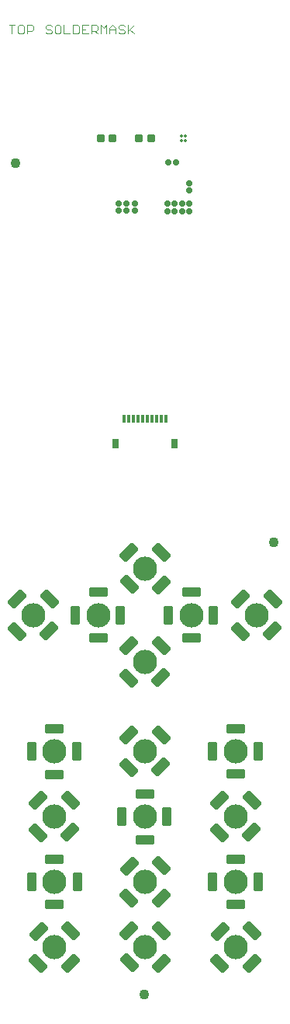
<source format=gts>
G04*
G04 #@! TF.GenerationSoftware,Altium Limited,Altium Designer,21.3.1 (25)*
G04*
G04 Layer_Color=102*
%FSLAX25Y25*%
%MOIN*%
G70*
G04*
G04 #@! TF.SameCoordinates,17E3FC6B-7FA6-4A94-9312-BAE076C6F9B9*
G04*
G04*
G04 #@! TF.FilePolarity,Negative*
G04*
G01*
G75*
%ADD11C,0.00394*%
G04:AMPARAMS|DCode=19|XSize=43.31mil|YSize=82.68mil|CornerRadius=6.89mil|HoleSize=0mil|Usage=FLASHONLY|Rotation=225.000|XOffset=0mil|YOffset=0mil|HoleType=Round|Shape=RoundedRectangle|*
%AMROUNDEDRECTD19*
21,1,0.04331,0.06890,0,0,225.0*
21,1,0.02953,0.08268,0,0,225.0*
1,1,0.01378,-0.03480,0.01392*
1,1,0.01378,-0.01392,0.03480*
1,1,0.01378,0.03480,-0.01392*
1,1,0.01378,0.01392,-0.03480*
%
%ADD19ROUNDEDRECTD19*%
G04:AMPARAMS|DCode=20|XSize=43.31mil|YSize=82.68mil|CornerRadius=6.89mil|HoleSize=0mil|Usage=FLASHONLY|Rotation=315.000|XOffset=0mil|YOffset=0mil|HoleType=Round|Shape=RoundedRectangle|*
%AMROUNDEDRECTD20*
21,1,0.04331,0.06890,0,0,315.0*
21,1,0.02953,0.08268,0,0,315.0*
1,1,0.01378,-0.01392,-0.03480*
1,1,0.01378,-0.03480,-0.01392*
1,1,0.01378,0.01392,0.03480*
1,1,0.01378,0.03480,0.01392*
%
%ADD20ROUNDEDRECTD20*%
%ADD21C,0.10394*%
G04:AMPARAMS|DCode=22|XSize=43.31mil|YSize=82.68mil|CornerRadius=6.89mil|HoleSize=0mil|Usage=FLASHONLY|Rotation=0.000|XOffset=0mil|YOffset=0mil|HoleType=Round|Shape=RoundedRectangle|*
%AMROUNDEDRECTD22*
21,1,0.04331,0.06890,0,0,0.0*
21,1,0.02953,0.08268,0,0,0.0*
1,1,0.01378,0.01476,-0.03445*
1,1,0.01378,-0.01476,-0.03445*
1,1,0.01378,-0.01476,0.03445*
1,1,0.01378,0.01476,0.03445*
%
%ADD22ROUNDEDRECTD22*%
G04:AMPARAMS|DCode=23|XSize=43.31mil|YSize=82.68mil|CornerRadius=6.89mil|HoleSize=0mil|Usage=FLASHONLY|Rotation=90.000|XOffset=0mil|YOffset=0mil|HoleType=Round|Shape=RoundedRectangle|*
%AMROUNDEDRECTD23*
21,1,0.04331,0.06890,0,0,90.0*
21,1,0.02953,0.08268,0,0,90.0*
1,1,0.01378,0.03445,0.01476*
1,1,0.01378,0.03445,-0.01476*
1,1,0.01378,-0.03445,-0.01476*
1,1,0.01378,-0.03445,0.01476*
%
%ADD23ROUNDEDRECTD23*%
G04:AMPARAMS|DCode=24|XSize=35.43mil|YSize=31.5mil|CornerRadius=5.41mil|HoleSize=0mil|Usage=FLASHONLY|Rotation=270.000|XOffset=0mil|YOffset=0mil|HoleType=Round|Shape=RoundedRectangle|*
%AMROUNDEDRECTD24*
21,1,0.03543,0.02067,0,0,270.0*
21,1,0.02461,0.03150,0,0,270.0*
1,1,0.01083,-0.01034,-0.01230*
1,1,0.01083,-0.01034,0.01230*
1,1,0.01083,0.01034,0.01230*
1,1,0.01083,0.01034,-0.01230*
%
%ADD24ROUNDEDRECTD24*%
G04:AMPARAMS|DCode=25|XSize=24.41mil|YSize=24.41mil|CornerRadius=6.06mil|HoleSize=0mil|Usage=FLASHONLY|Rotation=270.000|XOffset=0mil|YOffset=0mil|HoleType=Round|Shape=RoundedRectangle|*
%AMROUNDEDRECTD25*
21,1,0.02441,0.01228,0,0,270.0*
21,1,0.01228,0.02441,0,0,270.0*
1,1,0.01213,-0.00614,-0.00614*
1,1,0.01213,-0.00614,0.00614*
1,1,0.01213,0.00614,0.00614*
1,1,0.01213,0.00614,-0.00614*
%
%ADD25ROUNDEDRECTD25*%
G04:AMPARAMS|DCode=26|XSize=24.41mil|YSize=24.41mil|CornerRadius=6.06mil|HoleSize=0mil|Usage=FLASHONLY|Rotation=180.000|XOffset=0mil|YOffset=0mil|HoleType=Round|Shape=RoundedRectangle|*
%AMROUNDEDRECTD26*
21,1,0.02441,0.01228,0,0,180.0*
21,1,0.01228,0.02441,0,0,180.0*
1,1,0.01213,-0.00614,0.00614*
1,1,0.01213,0.00614,0.00614*
1,1,0.01213,0.00614,-0.00614*
1,1,0.01213,-0.00614,-0.00614*
%
%ADD26ROUNDEDRECTD26*%
%ADD27C,0.01378*%
G04:AMPARAMS|DCode=28|XSize=15.75mil|YSize=35.43mil|CornerRadius=3.45mil|HoleSize=0mil|Usage=FLASHONLY|Rotation=0.000|XOffset=0mil|YOffset=0mil|HoleType=Round|Shape=RoundedRectangle|*
%AMROUNDEDRECTD28*
21,1,0.01575,0.02854,0,0,0.0*
21,1,0.00886,0.03543,0,0,0.0*
1,1,0.00689,0.00443,-0.01427*
1,1,0.00689,-0.00443,-0.01427*
1,1,0.00689,-0.00443,0.01427*
1,1,0.00689,0.00443,0.01427*
%
%ADD28ROUNDEDRECTD28*%
G04:AMPARAMS|DCode=29|XSize=27.56mil|YSize=43.31mil|CornerRadius=4.92mil|HoleSize=0mil|Usage=FLASHONLY|Rotation=0.000|XOffset=0mil|YOffset=0mil|HoleType=Round|Shape=RoundedRectangle|*
%AMROUNDEDRECTD29*
21,1,0.02756,0.03347,0,0,0.0*
21,1,0.01772,0.04331,0,0,0.0*
1,1,0.00984,0.00886,-0.01673*
1,1,0.00984,-0.00886,-0.01673*
1,1,0.00984,-0.00886,0.01673*
1,1,0.00984,0.00886,0.01673*
%
%ADD29ROUNDEDRECTD29*%
%ADD30C,0.04331*%
%ADD31C,0.00394*%
D11*
X465929Y789791D02*
X468553D01*
X467241D01*
Y785856D01*
X471833Y789791D02*
X470521D01*
X469865Y789136D01*
Y786512D01*
X470521Y785856D01*
X471833D01*
X472489Y786512D01*
Y789136D01*
X471833Y789791D01*
X473801Y785856D02*
Y789791D01*
X475769D01*
X476425Y789136D01*
Y787824D01*
X475769Y787168D01*
X473801D01*
X484296Y789136D02*
X483640Y789791D01*
X482328D01*
X481672Y789136D01*
Y788480D01*
X482328Y787824D01*
X483640D01*
X484296Y787168D01*
Y786512D01*
X483640Y785856D01*
X482328D01*
X481672Y786512D01*
X487576Y789791D02*
X486264D01*
X485608Y789136D01*
Y786512D01*
X486264Y785856D01*
X487576D01*
X488232Y786512D01*
Y789136D01*
X487576Y789791D01*
X489544D02*
Y785856D01*
X492167D01*
X493479Y789791D02*
Y785856D01*
X495447D01*
X496103Y786512D01*
Y789136D01*
X495447Y789791D01*
X493479D01*
X500039D02*
X497415D01*
Y785856D01*
X500039D01*
X497415Y787824D02*
X498727D01*
X501351Y785856D02*
Y789791D01*
X503319D01*
X503975Y789136D01*
Y787824D01*
X503319Y787168D01*
X501351D01*
X502663D02*
X503975Y785856D01*
X505287D02*
Y789791D01*
X506599Y788480D01*
X507910Y789791D01*
Y785856D01*
X509222D02*
Y788480D01*
X510534Y789791D01*
X511846Y788480D01*
Y785856D01*
Y787824D01*
X509222D01*
X515782Y789136D02*
X515126Y789791D01*
X513814D01*
X513158Y789136D01*
Y788480D01*
X513814Y787824D01*
X515126D01*
X515782Y787168D01*
Y786512D01*
X515126Y785856D01*
X513814D01*
X513158Y786512D01*
X517094Y789791D02*
Y785856D01*
Y787168D01*
X519718Y789791D01*
X517750Y787824D01*
X519718Y785856D01*
D19*
X570265Y400862D02*
D03*
X556346Y386943D02*
D03*
X517724Y387221D02*
D03*
X531365Y400862D02*
D03*
X469446Y529443D02*
D03*
X483365Y543362D02*
D03*
X531365Y428862D02*
D03*
X517446Y414943D02*
D03*
X556346Y442943D02*
D03*
X570265Y456862D02*
D03*
X478546Y442943D02*
D03*
X492465Y456862D02*
D03*
X517446Y470943D02*
D03*
X531365Y484862D02*
D03*
X492465Y400862D02*
D03*
X478546Y386943D02*
D03*
X565477Y529443D02*
D03*
X579397Y543362D02*
D03*
X517724Y549721D02*
D03*
X531365Y563362D02*
D03*
X517446Y509443D02*
D03*
X531365Y523362D02*
D03*
D20*
X556624Y400584D02*
D03*
X570265Y386943D02*
D03*
X517446Y400862D02*
D03*
X531365Y386943D02*
D03*
X483087Y529721D02*
D03*
X469446Y543362D02*
D03*
X517724Y428584D02*
D03*
X531365Y414943D02*
D03*
X569987Y443221D02*
D03*
X556346Y456862D02*
D03*
X492187Y443221D02*
D03*
X478546Y456862D02*
D03*
X531087Y471221D02*
D03*
X517446Y484862D02*
D03*
X478824Y400584D02*
D03*
X492465Y386943D02*
D03*
X579118Y529721D02*
D03*
X565477Y543362D02*
D03*
X517446Y563362D02*
D03*
X531365Y549443D02*
D03*
X531087Y509721D02*
D03*
X517446Y523362D02*
D03*
D21*
X563306Y393902D02*
D03*
X524405D02*
D03*
X476406Y536402D02*
D03*
X563306Y421902D02*
D03*
X524405D02*
D03*
X485506D02*
D03*
X563306Y449902D02*
D03*
X524405D02*
D03*
X485506D02*
D03*
X563306Y477902D02*
D03*
X524405D02*
D03*
X485506D02*
D03*
Y393902D02*
D03*
X572437Y536402D02*
D03*
X524405Y556402D02*
D03*
X504405Y536402D02*
D03*
X524405Y516402D02*
D03*
X544406Y536402D02*
D03*
D22*
X553463Y421902D02*
D03*
X573148D02*
D03*
X475663D02*
D03*
X495348D02*
D03*
X533854Y449902D02*
D03*
X514563D02*
D03*
X553463Y477902D02*
D03*
X573148D02*
D03*
X494954D02*
D03*
X475663D02*
D03*
X513854Y536402D02*
D03*
X494563D02*
D03*
X553854D02*
D03*
X534563D02*
D03*
D23*
X563306Y412454D02*
D03*
Y431745D02*
D03*
X485506Y412454D02*
D03*
Y431745D02*
D03*
X524405Y440060D02*
D03*
Y459745D02*
D03*
X563306Y468454D02*
D03*
Y487745D02*
D03*
X485506Y468060D02*
D03*
Y487745D02*
D03*
X504405Y526560D02*
D03*
Y546245D02*
D03*
X544406Y526560D02*
D03*
Y546245D02*
D03*
D24*
X526965Y741002D02*
D03*
X521846D02*
D03*
X510465D02*
D03*
X505346D02*
D03*
D25*
X537791Y730813D02*
D03*
X534484D02*
D03*
D26*
X537189Y709792D02*
D03*
X516532Y709868D02*
D03*
X534039Y709792D02*
D03*
X540339D02*
D03*
X543488D02*
D03*
X512988Y709868D02*
D03*
X520075D02*
D03*
X543303Y721837D02*
D03*
Y718530D02*
D03*
X516532Y713175D02*
D03*
X512988D02*
D03*
X540339Y713099D02*
D03*
X537189D02*
D03*
X520075Y713175D02*
D03*
X534039Y713099D02*
D03*
X543488D02*
D03*
D27*
X539921Y740018D02*
D03*
X541890D02*
D03*
Y741987D02*
D03*
X539921D02*
D03*
D28*
X515547Y620801D02*
D03*
X517516D02*
D03*
X519484D02*
D03*
X521453D02*
D03*
X523421D02*
D03*
X525390D02*
D03*
X527358D02*
D03*
X529327D02*
D03*
X531295D02*
D03*
X533264D02*
D03*
D29*
X511807Y610172D02*
D03*
X537004D02*
D03*
D30*
X468894Y730420D02*
D03*
X579917Y567784D02*
D03*
X524197Y373650D02*
D03*
D31*
X485823Y561876D02*
D03*
X495823D02*
D03*
X475823D02*
D03*
Y584376D02*
D03*
X481823Y591876D02*
D03*
X489823D02*
D03*
X495823Y584376D02*
D03*
X543906Y407902D02*
D03*
X504906D02*
D03*
M02*

</source>
